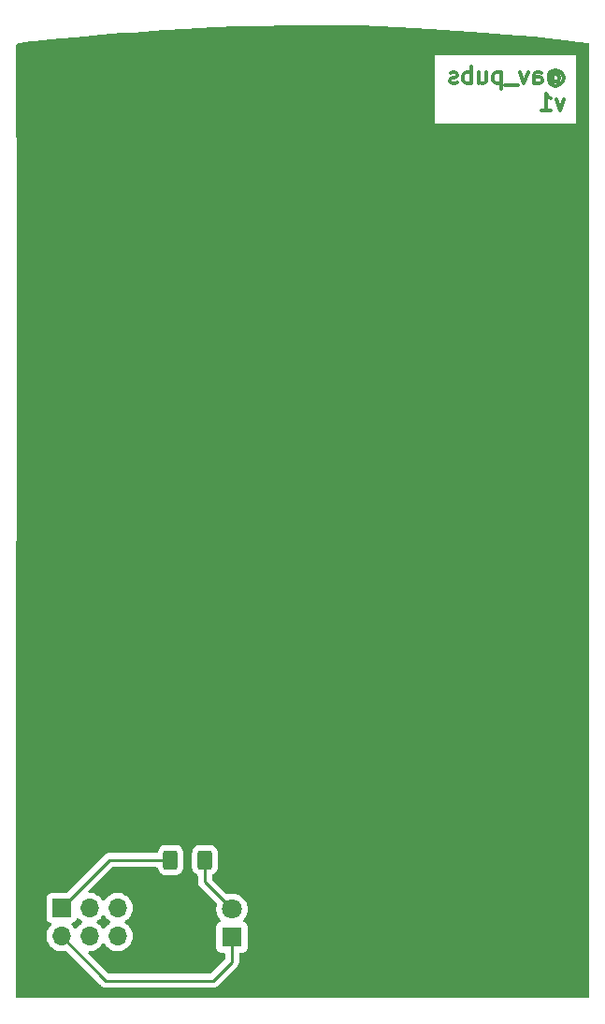
<source format=gbr>
G04 #@! TF.GenerationSoftware,KiCad,Pcbnew,(6.99.0-2452-gdb4f2d9dd8)*
G04 #@! TF.CreationDate,2022-08-02T16:49:25-05:00*
G04 #@! TF.ProjectId,CalPoly,43616c50-6f6c-4792-9e6b-696361645f70,rev?*
G04 #@! TF.SameCoordinates,Original*
G04 #@! TF.FileFunction,Copper,L2,Bot*
G04 #@! TF.FilePolarity,Positive*
%FSLAX46Y46*%
G04 Gerber Fmt 4.6, Leading zero omitted, Abs format (unit mm)*
G04 Created by KiCad (PCBNEW (6.99.0-2452-gdb4f2d9dd8)) date 2022-08-02 16:49:25*
%MOMM*%
%LPD*%
G01*
G04 APERTURE LIST*
G04 Aperture macros list*
%AMRoundRect*
0 Rectangle with rounded corners*
0 $1 Rounding radius*
0 $2 $3 $4 $5 $6 $7 $8 $9 X,Y pos of 4 corners*
0 Add a 4 corners polygon primitive as box body*
4,1,4,$2,$3,$4,$5,$6,$7,$8,$9,$2,$3,0*
0 Add four circle primitives for the rounded corners*
1,1,$1+$1,$2,$3*
1,1,$1+$1,$4,$5*
1,1,$1+$1,$6,$7*
1,1,$1+$1,$8,$9*
0 Add four rect primitives between the rounded corners*
20,1,$1+$1,$2,$3,$4,$5,0*
20,1,$1+$1,$4,$5,$6,$7,0*
20,1,$1+$1,$6,$7,$8,$9,0*
20,1,$1+$1,$8,$9,$2,$3,0*%
G04 Aperture macros list end*
%ADD10C,0.300000*%
G04 #@! TA.AperFunction,NonConductor*
%ADD11C,0.300000*%
G04 #@! TD*
G04 #@! TA.AperFunction,ComponentPad*
%ADD12R,1.800000X1.800000*%
G04 #@! TD*
G04 #@! TA.AperFunction,ComponentPad*
%ADD13C,1.800000*%
G04 #@! TD*
G04 #@! TA.AperFunction,ComponentPad*
%ADD14R,1.700000X1.700000*%
G04 #@! TD*
G04 #@! TA.AperFunction,ComponentPad*
%ADD15O,1.700000X1.700000*%
G04 #@! TD*
G04 #@! TA.AperFunction,SMDPad,CuDef*
%ADD16RoundRect,0.250000X0.400000X0.625000X-0.400000X0.625000X-0.400000X-0.625000X0.400000X-0.625000X0*%
G04 #@! TD*
G04 #@! TA.AperFunction,Conductor*
%ADD17C,0.250000*%
G04 #@! TD*
G04 APERTURE END LIST*
D10*
D11*
X91514285Y-36529285D02*
X91585714Y-36457857D01*
X91585714Y-36457857D02*
X91728571Y-36386428D01*
X91728571Y-36386428D02*
X91871428Y-36386428D01*
X91871428Y-36386428D02*
X92014285Y-36457857D01*
X92014285Y-36457857D02*
X92085714Y-36529285D01*
X92085714Y-36529285D02*
X92157142Y-36672142D01*
X92157142Y-36672142D02*
X92157142Y-36815000D01*
X92157142Y-36815000D02*
X92085714Y-36957857D01*
X92085714Y-36957857D02*
X92014285Y-37029285D01*
X92014285Y-37029285D02*
X91871428Y-37100714D01*
X91871428Y-37100714D02*
X91728571Y-37100714D01*
X91728571Y-37100714D02*
X91585714Y-37029285D01*
X91585714Y-37029285D02*
X91514285Y-36957857D01*
X91514285Y-36386428D02*
X91514285Y-36957857D01*
X91514285Y-36957857D02*
X91442857Y-37029285D01*
X91442857Y-37029285D02*
X91371428Y-37029285D01*
X91371428Y-37029285D02*
X91228571Y-36957857D01*
X91228571Y-36957857D02*
X91157142Y-36815000D01*
X91157142Y-36815000D02*
X91157142Y-36457857D01*
X91157142Y-36457857D02*
X91300000Y-36243571D01*
X91300000Y-36243571D02*
X91514285Y-36100714D01*
X91514285Y-36100714D02*
X91800000Y-36029285D01*
X91800000Y-36029285D02*
X92085714Y-36100714D01*
X92085714Y-36100714D02*
X92300000Y-36243571D01*
X92300000Y-36243571D02*
X92442857Y-36457857D01*
X92442857Y-36457857D02*
X92514285Y-36743571D01*
X92514285Y-36743571D02*
X92442857Y-37029285D01*
X92442857Y-37029285D02*
X92300000Y-37243571D01*
X92300000Y-37243571D02*
X92085714Y-37386428D01*
X92085714Y-37386428D02*
X91800000Y-37457857D01*
X91800000Y-37457857D02*
X91514285Y-37386428D01*
X91514285Y-37386428D02*
X91300000Y-37243571D01*
X89871429Y-37243571D02*
X89871429Y-36457857D01*
X89871429Y-36457857D02*
X89942857Y-36315000D01*
X89942857Y-36315000D02*
X90085714Y-36243571D01*
X90085714Y-36243571D02*
X90371429Y-36243571D01*
X90371429Y-36243571D02*
X90514286Y-36315000D01*
X89871429Y-37172142D02*
X90014286Y-37243571D01*
X90014286Y-37243571D02*
X90371429Y-37243571D01*
X90371429Y-37243571D02*
X90514286Y-37172142D01*
X90514286Y-37172142D02*
X90585714Y-37029285D01*
X90585714Y-37029285D02*
X90585714Y-36886428D01*
X90585714Y-36886428D02*
X90514286Y-36743571D01*
X90514286Y-36743571D02*
X90371429Y-36672142D01*
X90371429Y-36672142D02*
X90014286Y-36672142D01*
X90014286Y-36672142D02*
X89871429Y-36600714D01*
X89300000Y-36243571D02*
X88942857Y-37243571D01*
X88942857Y-37243571D02*
X88585714Y-36243571D01*
X88371429Y-37386428D02*
X87228571Y-37386428D01*
X86871429Y-36243571D02*
X86871429Y-37743571D01*
X86871429Y-36315000D02*
X86728572Y-36243571D01*
X86728572Y-36243571D02*
X86442857Y-36243571D01*
X86442857Y-36243571D02*
X86300000Y-36315000D01*
X86300000Y-36315000D02*
X86228572Y-36386428D01*
X86228572Y-36386428D02*
X86157143Y-36529285D01*
X86157143Y-36529285D02*
X86157143Y-36957857D01*
X86157143Y-36957857D02*
X86228572Y-37100714D01*
X86228572Y-37100714D02*
X86300000Y-37172142D01*
X86300000Y-37172142D02*
X86442857Y-37243571D01*
X86442857Y-37243571D02*
X86728572Y-37243571D01*
X86728572Y-37243571D02*
X86871429Y-37172142D01*
X84871429Y-36243571D02*
X84871429Y-37243571D01*
X85514286Y-36243571D02*
X85514286Y-37029285D01*
X85514286Y-37029285D02*
X85442857Y-37172142D01*
X85442857Y-37172142D02*
X85300000Y-37243571D01*
X85300000Y-37243571D02*
X85085714Y-37243571D01*
X85085714Y-37243571D02*
X84942857Y-37172142D01*
X84942857Y-37172142D02*
X84871429Y-37100714D01*
X84157143Y-37243571D02*
X84157143Y-35743571D01*
X84157143Y-36315000D02*
X84014286Y-36243571D01*
X84014286Y-36243571D02*
X83728571Y-36243571D01*
X83728571Y-36243571D02*
X83585714Y-36315000D01*
X83585714Y-36315000D02*
X83514286Y-36386428D01*
X83514286Y-36386428D02*
X83442857Y-36529285D01*
X83442857Y-36529285D02*
X83442857Y-36957857D01*
X83442857Y-36957857D02*
X83514286Y-37100714D01*
X83514286Y-37100714D02*
X83585714Y-37172142D01*
X83585714Y-37172142D02*
X83728571Y-37243571D01*
X83728571Y-37243571D02*
X84014286Y-37243571D01*
X84014286Y-37243571D02*
X84157143Y-37172142D01*
X82871428Y-37172142D02*
X82728571Y-37243571D01*
X82728571Y-37243571D02*
X82442857Y-37243571D01*
X82442857Y-37243571D02*
X82300000Y-37172142D01*
X82300000Y-37172142D02*
X82228571Y-37029285D01*
X82228571Y-37029285D02*
X82228571Y-36957857D01*
X82228571Y-36957857D02*
X82300000Y-36815000D01*
X82300000Y-36815000D02*
X82442857Y-36743571D01*
X82442857Y-36743571D02*
X82657143Y-36743571D01*
X82657143Y-36743571D02*
X82800000Y-36672142D01*
X82800000Y-36672142D02*
X82871428Y-36529285D01*
X82871428Y-36529285D02*
X82871428Y-36457857D01*
X82871428Y-36457857D02*
X82800000Y-36315000D01*
X82800000Y-36315000D02*
X82657143Y-36243571D01*
X82657143Y-36243571D02*
X82442857Y-36243571D01*
X82442857Y-36243571D02*
X82300000Y-36315000D01*
X92585714Y-38673571D02*
X92228571Y-39673571D01*
X92228571Y-39673571D02*
X91871428Y-38673571D01*
X90514285Y-39673571D02*
X91371428Y-39673571D01*
X90942857Y-39673571D02*
X90942857Y-38173571D01*
X90942857Y-38173571D02*
X91085714Y-38387857D01*
X91085714Y-38387857D02*
X91228571Y-38530714D01*
X91228571Y-38530714D02*
X91371428Y-38602142D01*
D12*
X62499999Y-114469999D03*
D13*
X62500000Y-111930000D03*
D14*
X47059999Y-111829999D03*
D15*
X47059999Y-114369999D03*
X49599999Y-111829999D03*
X49599999Y-114369999D03*
X52139999Y-111829999D03*
X52139999Y-114369999D03*
D16*
X60050000Y-107500000D03*
X56950000Y-107500000D03*
D17*
X62500000Y-116700000D02*
X60800000Y-118400000D01*
X62500000Y-114470000D02*
X62500000Y-116700000D01*
X60800000Y-118400000D02*
X51090000Y-118400000D01*
X51090000Y-118400000D02*
X47060000Y-114370000D01*
X60050000Y-107500000D02*
X60050000Y-109480000D01*
X60050000Y-109480000D02*
X62500000Y-111930000D01*
X47060000Y-111830000D02*
X51390000Y-107500000D01*
X51390000Y-107500000D02*
X56950000Y-107500000D01*
G04 #@! TA.AperFunction,NonConductor*
G36*
X48583439Y-112741388D02*
G01*
X48615755Y-112766638D01*
X48636526Y-112789201D01*
X48676760Y-112832906D01*
X48854424Y-112971189D01*
X48859005Y-112973668D01*
X48887680Y-112989186D01*
X48938071Y-113039199D01*
X48953423Y-113108516D01*
X48928863Y-113175129D01*
X48887681Y-113210813D01*
X48854424Y-113228811D01*
X48850313Y-113232010D01*
X48850311Y-113232012D01*
X48741657Y-113316582D01*
X48676760Y-113367094D01*
X48673228Y-113370931D01*
X48527806Y-113528899D01*
X48527803Y-113528903D01*
X48524278Y-113532732D01*
X48521427Y-113537096D01*
X48435483Y-113668643D01*
X48381479Y-113714732D01*
X48311132Y-113724307D01*
X48246774Y-113694330D01*
X48224517Y-113668643D01*
X48138573Y-113537096D01*
X48135722Y-113532732D01*
X48132197Y-113528903D01*
X48132194Y-113528899D01*
X47992525Y-113377180D01*
X47961104Y-113313515D01*
X47969091Y-113242969D01*
X48013949Y-113187940D01*
X48041191Y-113173787D01*
X48156204Y-113130889D01*
X48168536Y-113121658D01*
X48248897Y-113061500D01*
X48273261Y-113043261D01*
X48360889Y-112926204D01*
X48404998Y-112807944D01*
X48447545Y-112751108D01*
X48514065Y-112726297D01*
X48583439Y-112741388D01*
G37*
G04 #@! TD.AperFunction*
G04 #@! TA.AperFunction,NonConductor*
G36*
X50953226Y-112505670D02*
G01*
X50975483Y-112531357D01*
X51064278Y-112667268D01*
X51067803Y-112671097D01*
X51067806Y-112671101D01*
X51132511Y-112741388D01*
X51216760Y-112832906D01*
X51394424Y-112971189D01*
X51399005Y-112973668D01*
X51427680Y-112989186D01*
X51478071Y-113039199D01*
X51493423Y-113108516D01*
X51468863Y-113175129D01*
X51427681Y-113210813D01*
X51394424Y-113228811D01*
X51390313Y-113232010D01*
X51390311Y-113232012D01*
X51281657Y-113316582D01*
X51216760Y-113367094D01*
X51213228Y-113370931D01*
X51067806Y-113528899D01*
X51067803Y-113528903D01*
X51064278Y-113532732D01*
X51061427Y-113537096D01*
X50975483Y-113668643D01*
X50921479Y-113714732D01*
X50851132Y-113724307D01*
X50786774Y-113694330D01*
X50764517Y-113668643D01*
X50678573Y-113537096D01*
X50675722Y-113532732D01*
X50672197Y-113528903D01*
X50672194Y-113528899D01*
X50526772Y-113370931D01*
X50523240Y-113367094D01*
X50458343Y-113316582D01*
X50349689Y-113232012D01*
X50349687Y-113232010D01*
X50345576Y-113228811D01*
X50312320Y-113210814D01*
X50261929Y-113160801D01*
X50246577Y-113091484D01*
X50271137Y-113024871D01*
X50312320Y-112989186D01*
X50340995Y-112973668D01*
X50345576Y-112971189D01*
X50523240Y-112832906D01*
X50607489Y-112741388D01*
X50672194Y-112671101D01*
X50672197Y-112671097D01*
X50675722Y-112667268D01*
X50764517Y-112531357D01*
X50818521Y-112485268D01*
X50888868Y-112475693D01*
X50953226Y-112505670D01*
G37*
G04 #@! TD.AperFunction*
G04 #@! TA.AperFunction,NonConductor*
G36*
X72229839Y-32002997D02*
G01*
X74218668Y-32027306D01*
X74220622Y-32027346D01*
X75820196Y-32073049D01*
X75823072Y-32073165D01*
X77444555Y-32157188D01*
X80461090Y-32313501D01*
X80463271Y-32313633D01*
X85261228Y-32645756D01*
X85263340Y-32645920D01*
X87323224Y-32823351D01*
X89858501Y-33041730D01*
X89861028Y-33041975D01*
X93276774Y-33407614D01*
X93891746Y-33473444D01*
X93892539Y-33473534D01*
X93892546Y-33473537D01*
X93892563Y-33473537D01*
X93893504Y-33473644D01*
X94026023Y-33489715D01*
X94760246Y-33578756D01*
X94825462Y-33606813D01*
X94865157Y-33665676D01*
X94871076Y-33703866D01*
X94869904Y-39161298D01*
X94869863Y-39161397D01*
X94869904Y-39161496D01*
X94869904Y-39183650D01*
X94871098Y-119871013D01*
X94851097Y-119939134D01*
X94797442Y-119985628D01*
X94745098Y-119997015D01*
X43055015Y-119997015D01*
X42986894Y-119977013D01*
X42940401Y-119923357D01*
X42929015Y-119870901D01*
X42929794Y-119010033D01*
X42933990Y-114370000D01*
X45696844Y-114370000D01*
X45715436Y-114594368D01*
X45770704Y-114812616D01*
X45861140Y-115018791D01*
X45863990Y-115023153D01*
X45863992Y-115023157D01*
X45878701Y-115045670D01*
X45984278Y-115207268D01*
X45987803Y-115211097D01*
X45987806Y-115211101D01*
X46089360Y-115321417D01*
X46136760Y-115372906D01*
X46314424Y-115511189D01*
X46319005Y-115513668D01*
X46492878Y-115607763D01*
X46512426Y-115618342D01*
X46725365Y-115691444D01*
X46730499Y-115692301D01*
X46730504Y-115692302D01*
X46942294Y-115727643D01*
X46942296Y-115727643D01*
X46947431Y-115728500D01*
X47172569Y-115728500D01*
X47177704Y-115727643D01*
X47177706Y-115727643D01*
X47389501Y-115692301D01*
X47389504Y-115692300D01*
X47394635Y-115691444D01*
X47397924Y-115690315D01*
X47468364Y-115692965D01*
X47517442Y-115723346D01*
X50586343Y-118792247D01*
X50593887Y-118800537D01*
X50598000Y-118807018D01*
X50603777Y-118812443D01*
X50647667Y-118853658D01*
X50650509Y-118856413D01*
X50670231Y-118876135D01*
X50673355Y-118878558D01*
X50673359Y-118878562D01*
X50673424Y-118878612D01*
X50682445Y-118886317D01*
X50714679Y-118916586D01*
X50721627Y-118920405D01*
X50721629Y-118920407D01*
X50732432Y-118926346D01*
X50748959Y-118937202D01*
X50758698Y-118944757D01*
X50758700Y-118944758D01*
X50764960Y-118949614D01*
X50805540Y-118967174D01*
X50816188Y-118972391D01*
X50840976Y-118986018D01*
X50854940Y-118993695D01*
X50862616Y-118995666D01*
X50862619Y-118995667D01*
X50874562Y-118998733D01*
X50893267Y-119005137D01*
X50911855Y-119013181D01*
X50919678Y-119014420D01*
X50919688Y-119014423D01*
X50955524Y-119020099D01*
X50967144Y-119022505D01*
X50998959Y-119030673D01*
X51009970Y-119033500D01*
X51030224Y-119033500D01*
X51049934Y-119035051D01*
X51069943Y-119038220D01*
X51077835Y-119037474D01*
X51096580Y-119035702D01*
X51113962Y-119034059D01*
X51125819Y-119033500D01*
X60721233Y-119033500D01*
X60732416Y-119034027D01*
X60739909Y-119035702D01*
X60747835Y-119035453D01*
X60747836Y-119035453D01*
X60807986Y-119033562D01*
X60811945Y-119033500D01*
X60839856Y-119033500D01*
X60843791Y-119033003D01*
X60843856Y-119032995D01*
X60855693Y-119032062D01*
X60887951Y-119031048D01*
X60891970Y-119030922D01*
X60899889Y-119030673D01*
X60919343Y-119025021D01*
X60938700Y-119021013D01*
X60950930Y-119019468D01*
X60950931Y-119019468D01*
X60958797Y-119018474D01*
X60966168Y-119015555D01*
X60966170Y-119015555D01*
X60999912Y-119002196D01*
X61011142Y-118998351D01*
X61045983Y-118988229D01*
X61045984Y-118988229D01*
X61053593Y-118986018D01*
X61060412Y-118981985D01*
X61060417Y-118981983D01*
X61071028Y-118975707D01*
X61088776Y-118967012D01*
X61107617Y-118959552D01*
X61143387Y-118933564D01*
X61153307Y-118927048D01*
X61184535Y-118908580D01*
X61184538Y-118908578D01*
X61191362Y-118904542D01*
X61205683Y-118890221D01*
X61220717Y-118877380D01*
X61222431Y-118876135D01*
X61237107Y-118865472D01*
X61265298Y-118831395D01*
X61273288Y-118822616D01*
X62892253Y-117203652D01*
X62900539Y-117196112D01*
X62907018Y-117192000D01*
X62953644Y-117142348D01*
X62956398Y-117139507D01*
X62976135Y-117119770D01*
X62978615Y-117116573D01*
X62986320Y-117107551D01*
X63011159Y-117081100D01*
X63016586Y-117075321D01*
X63020405Y-117068375D01*
X63020407Y-117068372D01*
X63026348Y-117057566D01*
X63037199Y-117041047D01*
X63044758Y-117031301D01*
X63049614Y-117025041D01*
X63052759Y-117017772D01*
X63052762Y-117017768D01*
X63067174Y-116984463D01*
X63072391Y-116973813D01*
X63093695Y-116935060D01*
X63098733Y-116915437D01*
X63105137Y-116896734D01*
X63110033Y-116885420D01*
X63110033Y-116885419D01*
X63113181Y-116878145D01*
X63114420Y-116870322D01*
X63114423Y-116870312D01*
X63120099Y-116834476D01*
X63122505Y-116822856D01*
X63131528Y-116787711D01*
X63131528Y-116787710D01*
X63133500Y-116780030D01*
X63133500Y-116759776D01*
X63135051Y-116740065D01*
X63136980Y-116727886D01*
X63138220Y-116720057D01*
X63134059Y-116676038D01*
X63133500Y-116664181D01*
X63133500Y-116004500D01*
X63153502Y-115936379D01*
X63207158Y-115889886D01*
X63259500Y-115878500D01*
X63448638Y-115878500D01*
X63451985Y-115878140D01*
X63451988Y-115878140D01*
X63472295Y-115875957D01*
X63509201Y-115871989D01*
X63646204Y-115820889D01*
X63660127Y-115810467D01*
X63756050Y-115738659D01*
X63763261Y-115733261D01*
X63850889Y-115616204D01*
X63901989Y-115479201D01*
X63908500Y-115418638D01*
X63908500Y-113521362D01*
X63901989Y-113460799D01*
X63850889Y-113323796D01*
X63820240Y-113282853D01*
X63768659Y-113213950D01*
X63763261Y-113206739D01*
X63646204Y-113119111D01*
X63637762Y-113115962D01*
X63637758Y-113115960D01*
X63578826Y-113093979D01*
X63521991Y-113051433D01*
X63497180Y-112984912D01*
X63512272Y-112915538D01*
X63530156Y-112890589D01*
X63586789Y-112829069D01*
X63611786Y-112801916D01*
X63611789Y-112801912D01*
X63615314Y-112798083D01*
X63662886Y-112725269D01*
X63740132Y-112607035D01*
X63740134Y-112607031D01*
X63742984Y-112602669D01*
X63745079Y-112597893D01*
X63834656Y-112393679D01*
X63834657Y-112393677D01*
X63836749Y-112388907D01*
X63894051Y-112162626D01*
X63902603Y-112059427D01*
X63912897Y-111935189D01*
X63913327Y-111930000D01*
X63894051Y-111697374D01*
X63869538Y-111600573D01*
X63838029Y-111476146D01*
X63838027Y-111476141D01*
X63836749Y-111471093D01*
X63820865Y-111434880D01*
X63745079Y-111262107D01*
X63742984Y-111257331D01*
X63696370Y-111185982D01*
X63618165Y-111066281D01*
X63615314Y-111061917D01*
X63611789Y-111058088D01*
X63611786Y-111058084D01*
X63460752Y-110894019D01*
X63457220Y-110890182D01*
X63453108Y-110886981D01*
X63453102Y-110886976D01*
X63277130Y-110750011D01*
X63277128Y-110750009D01*
X63273017Y-110746810D01*
X63067727Y-110635713D01*
X62846951Y-110559920D01*
X62841817Y-110559063D01*
X62841812Y-110559062D01*
X62621849Y-110522357D01*
X62621846Y-110522357D01*
X62616712Y-110521500D01*
X62383288Y-110521500D01*
X62378154Y-110522357D01*
X62378151Y-110522357D01*
X62158188Y-110559062D01*
X62158183Y-110559063D01*
X62153049Y-110559920D01*
X62132731Y-110566895D01*
X62061808Y-110570097D01*
X62002723Y-110536818D01*
X60720405Y-109254500D01*
X60686379Y-109192188D01*
X60683500Y-109165405D01*
X60683500Y-108937671D01*
X60703502Y-108869550D01*
X60757158Y-108823057D01*
X60762365Y-108821012D01*
X60765772Y-108819423D01*
X60772738Y-108817115D01*
X60923652Y-108724030D01*
X61049030Y-108598652D01*
X61142115Y-108447738D01*
X61197887Y-108279426D01*
X61205271Y-108207158D01*
X61208175Y-108178729D01*
X61208175Y-108178723D01*
X61208500Y-108175545D01*
X61208499Y-106824456D01*
X61197887Y-106720574D01*
X61142115Y-106552262D01*
X61049030Y-106401348D01*
X60923652Y-106275970D01*
X60772738Y-106182885D01*
X60709193Y-106161829D01*
X60610952Y-106129275D01*
X60610948Y-106129274D01*
X60604426Y-106127113D01*
X60597592Y-106126415D01*
X60597588Y-106126414D01*
X60503729Y-106116825D01*
X60503723Y-106116825D01*
X60500545Y-106116500D01*
X60050071Y-106116500D01*
X59599456Y-106116501D01*
X59596279Y-106116826D01*
X59596270Y-106116826D01*
X59547533Y-106121805D01*
X59495574Y-106127113D01*
X59327262Y-106182885D01*
X59176348Y-106275970D01*
X59050970Y-106401348D01*
X58957885Y-106552262D01*
X58902113Y-106720574D01*
X58891500Y-106824455D01*
X58891501Y-108175544D01*
X58891826Y-108178721D01*
X58891826Y-108178730D01*
X58896805Y-108227467D01*
X58902113Y-108279426D01*
X58957885Y-108447738D01*
X59050970Y-108598652D01*
X59176348Y-108724030D01*
X59327262Y-108817115D01*
X59334226Y-108819423D01*
X59340879Y-108822525D01*
X59339828Y-108824779D01*
X59388504Y-108858480D01*
X59415760Y-108924036D01*
X59416500Y-108937671D01*
X59416500Y-109401233D01*
X59415973Y-109412416D01*
X59414298Y-109419909D01*
X59414547Y-109427835D01*
X59414547Y-109427836D01*
X59416438Y-109487986D01*
X59416500Y-109491945D01*
X59416500Y-109519856D01*
X59416997Y-109523790D01*
X59416997Y-109523791D01*
X59417005Y-109523856D01*
X59417938Y-109535693D01*
X59419327Y-109579889D01*
X59424978Y-109599339D01*
X59428987Y-109618700D01*
X59431526Y-109638797D01*
X59434445Y-109646168D01*
X59434445Y-109646170D01*
X59447804Y-109679912D01*
X59451649Y-109691142D01*
X59463982Y-109733593D01*
X59468015Y-109740412D01*
X59468017Y-109740417D01*
X59474293Y-109751028D01*
X59482988Y-109768776D01*
X59490448Y-109787617D01*
X59495110Y-109794033D01*
X59495110Y-109794034D01*
X59516436Y-109823387D01*
X59522952Y-109833307D01*
X59545458Y-109871362D01*
X59559779Y-109885683D01*
X59572619Y-109900716D01*
X59584528Y-109917107D01*
X59590634Y-109922158D01*
X59618605Y-109945298D01*
X59627384Y-109953288D01*
X61108976Y-111434880D01*
X61143002Y-111497192D01*
X61142026Y-111554906D01*
X61105949Y-111697374D01*
X61086673Y-111930000D01*
X61087103Y-111935189D01*
X61097398Y-112059427D01*
X61105949Y-112162626D01*
X61163251Y-112388907D01*
X61165343Y-112393677D01*
X61165344Y-112393679D01*
X61254921Y-112597893D01*
X61257016Y-112602669D01*
X61259866Y-112607031D01*
X61259868Y-112607035D01*
X61337114Y-112725269D01*
X61384686Y-112798083D01*
X61388211Y-112801912D01*
X61388214Y-112801916D01*
X61413211Y-112829069D01*
X61469843Y-112890587D01*
X61501263Y-112954251D01*
X61493276Y-113024797D01*
X61448418Y-113079826D01*
X61421174Y-113093979D01*
X61362242Y-113115960D01*
X61362238Y-113115962D01*
X61353796Y-113119111D01*
X61236739Y-113206739D01*
X61231341Y-113213950D01*
X61179761Y-113282853D01*
X61149111Y-113323796D01*
X61098011Y-113460799D01*
X61091500Y-113521362D01*
X61091500Y-115418638D01*
X61098011Y-115479201D01*
X61149111Y-115616204D01*
X61236739Y-115733261D01*
X61243950Y-115738659D01*
X61339874Y-115810467D01*
X61353796Y-115820889D01*
X61490799Y-115871989D01*
X61527705Y-115875957D01*
X61548012Y-115878140D01*
X61548015Y-115878140D01*
X61551362Y-115878500D01*
X61740500Y-115878500D01*
X61808621Y-115898502D01*
X61855114Y-115952158D01*
X61866500Y-116004500D01*
X61866500Y-116385406D01*
X61846498Y-116453527D01*
X61829595Y-116474501D01*
X60574500Y-117729595D01*
X60512188Y-117763621D01*
X60485405Y-117766500D01*
X51404594Y-117766500D01*
X51336473Y-117746498D01*
X51315499Y-117729595D01*
X49529500Y-115943595D01*
X49495474Y-115881283D01*
X49500539Y-115810467D01*
X49543086Y-115753632D01*
X49609606Y-115728821D01*
X49618595Y-115728500D01*
X49712569Y-115728500D01*
X49717704Y-115727643D01*
X49717706Y-115727643D01*
X49929496Y-115692302D01*
X49929501Y-115692301D01*
X49934635Y-115691444D01*
X50147574Y-115618342D01*
X50167123Y-115607763D01*
X50340995Y-115513668D01*
X50345576Y-115511189D01*
X50523240Y-115372906D01*
X50570640Y-115321417D01*
X50672194Y-115211101D01*
X50672197Y-115211097D01*
X50675722Y-115207268D01*
X50764517Y-115071357D01*
X50818521Y-115025268D01*
X50888868Y-115015693D01*
X50953226Y-115045670D01*
X50975483Y-115071357D01*
X51064278Y-115207268D01*
X51067803Y-115211097D01*
X51067806Y-115211101D01*
X51169360Y-115321417D01*
X51216760Y-115372906D01*
X51394424Y-115511189D01*
X51399005Y-115513668D01*
X51572878Y-115607763D01*
X51592426Y-115618342D01*
X51805365Y-115691444D01*
X51810499Y-115692301D01*
X51810504Y-115692302D01*
X52022294Y-115727643D01*
X52022296Y-115727643D01*
X52027431Y-115728500D01*
X52252569Y-115728500D01*
X52257704Y-115727643D01*
X52257706Y-115727643D01*
X52469496Y-115692302D01*
X52469501Y-115692301D01*
X52474635Y-115691444D01*
X52687574Y-115618342D01*
X52707123Y-115607763D01*
X52880995Y-115513668D01*
X52885576Y-115511189D01*
X53063240Y-115372906D01*
X53110640Y-115321417D01*
X53212194Y-115211101D01*
X53212197Y-115211097D01*
X53215722Y-115207268D01*
X53321299Y-115045670D01*
X53336008Y-115023157D01*
X53336010Y-115023153D01*
X53338860Y-115018791D01*
X53429296Y-114812616D01*
X53484564Y-114594368D01*
X53503156Y-114370000D01*
X53484564Y-114145632D01*
X53429296Y-113927384D01*
X53338860Y-113721209D01*
X53334629Y-113714732D01*
X53218573Y-113537096D01*
X53215722Y-113532732D01*
X53212197Y-113528903D01*
X53212194Y-113528899D01*
X53066772Y-113370931D01*
X53063240Y-113367094D01*
X52998343Y-113316582D01*
X52889689Y-113232012D01*
X52889687Y-113232010D01*
X52885576Y-113228811D01*
X52852320Y-113210814D01*
X52801929Y-113160801D01*
X52786577Y-113091484D01*
X52811137Y-113024871D01*
X52852320Y-112989186D01*
X52880995Y-112973668D01*
X52885576Y-112971189D01*
X53063240Y-112832906D01*
X53147489Y-112741388D01*
X53212194Y-112671101D01*
X53212197Y-112671097D01*
X53215722Y-112667268D01*
X53321299Y-112505670D01*
X53336008Y-112483157D01*
X53336010Y-112483153D01*
X53338860Y-112478791D01*
X53378287Y-112388907D01*
X53427200Y-112277394D01*
X53429296Y-112272616D01*
X53484564Y-112054368D01*
X53503156Y-111830000D01*
X53492597Y-111702570D01*
X53484995Y-111610828D01*
X53484994Y-111610823D01*
X53484564Y-111605632D01*
X53483283Y-111600573D01*
X53430578Y-111392446D01*
X53430578Y-111392445D01*
X53429296Y-111387384D01*
X53338860Y-111181209D01*
X53334629Y-111174732D01*
X53218573Y-110997096D01*
X53215722Y-110992732D01*
X53212197Y-110988903D01*
X53212194Y-110988899D01*
X53066772Y-110830931D01*
X53063240Y-110827094D01*
X52964205Y-110750011D01*
X52889689Y-110692012D01*
X52889687Y-110692010D01*
X52885576Y-110688811D01*
X52742424Y-110611341D01*
X52692159Y-110584139D01*
X52692156Y-110584138D01*
X52687574Y-110581658D01*
X52474635Y-110508556D01*
X52469501Y-110507699D01*
X52469496Y-110507698D01*
X52257706Y-110472357D01*
X52257704Y-110472357D01*
X52252569Y-110471500D01*
X52027431Y-110471500D01*
X52022296Y-110472357D01*
X52022294Y-110472357D01*
X51810504Y-110507698D01*
X51810499Y-110507699D01*
X51805365Y-110508556D01*
X51592426Y-110581658D01*
X51587844Y-110584138D01*
X51587841Y-110584139D01*
X51537576Y-110611341D01*
X51394424Y-110688811D01*
X51390313Y-110692010D01*
X51390311Y-110692012D01*
X51315795Y-110750011D01*
X51216760Y-110827094D01*
X51213228Y-110830931D01*
X51067806Y-110988899D01*
X51067803Y-110988903D01*
X51064278Y-110992732D01*
X51019077Y-111061917D01*
X50975483Y-111128643D01*
X50921479Y-111174732D01*
X50851132Y-111184307D01*
X50786774Y-111154330D01*
X50764517Y-111128643D01*
X50720923Y-111061917D01*
X50675722Y-110992732D01*
X50672197Y-110988903D01*
X50672194Y-110988899D01*
X50526772Y-110830931D01*
X50523240Y-110827094D01*
X50424205Y-110750011D01*
X50349689Y-110692012D01*
X50349687Y-110692010D01*
X50345576Y-110688811D01*
X50202424Y-110611341D01*
X50152159Y-110584139D01*
X50152156Y-110584138D01*
X50147574Y-110581658D01*
X49934635Y-110508556D01*
X49929501Y-110507699D01*
X49929496Y-110507698D01*
X49717706Y-110472357D01*
X49717704Y-110472357D01*
X49712569Y-110471500D01*
X49618595Y-110471500D01*
X49550474Y-110451498D01*
X49503981Y-110397842D01*
X49493877Y-110327568D01*
X49523371Y-110262988D01*
X49529500Y-110256405D01*
X51615500Y-108170405D01*
X51677812Y-108136379D01*
X51704595Y-108133500D01*
X55673421Y-108133500D01*
X55741542Y-108153502D01*
X55788035Y-108207158D01*
X55798769Y-108246694D01*
X55802113Y-108279426D01*
X55857885Y-108447738D01*
X55950970Y-108598652D01*
X56076348Y-108724030D01*
X56227262Y-108817115D01*
X56250391Y-108824779D01*
X56389048Y-108870725D01*
X56389052Y-108870726D01*
X56395574Y-108872887D01*
X56402408Y-108873585D01*
X56402412Y-108873586D01*
X56496271Y-108883175D01*
X56496277Y-108883175D01*
X56499455Y-108883500D01*
X56949929Y-108883500D01*
X57400544Y-108883499D01*
X57403721Y-108883174D01*
X57403730Y-108883174D01*
X57452467Y-108878195D01*
X57504426Y-108872887D01*
X57672738Y-108817115D01*
X57823652Y-108724030D01*
X57949030Y-108598652D01*
X58042115Y-108447738D01*
X58097887Y-108279426D01*
X58105271Y-108207158D01*
X58108175Y-108178729D01*
X58108175Y-108178723D01*
X58108500Y-108175545D01*
X58108499Y-106824456D01*
X58097887Y-106720574D01*
X58042115Y-106552262D01*
X57949030Y-106401348D01*
X57823652Y-106275970D01*
X57672738Y-106182885D01*
X57609193Y-106161829D01*
X57510952Y-106129275D01*
X57510948Y-106129274D01*
X57504426Y-106127113D01*
X57497592Y-106126415D01*
X57497588Y-106126414D01*
X57403729Y-106116825D01*
X57403723Y-106116825D01*
X57400545Y-106116500D01*
X56950071Y-106116500D01*
X56499456Y-106116501D01*
X56496279Y-106116826D01*
X56496270Y-106116826D01*
X56447533Y-106121805D01*
X56395574Y-106127113D01*
X56227262Y-106182885D01*
X56076348Y-106275970D01*
X55950970Y-106401348D01*
X55857885Y-106552262D01*
X55802113Y-106720574D01*
X55801415Y-106727408D01*
X55801414Y-106727412D01*
X55798769Y-106753306D01*
X55771947Y-106819041D01*
X55713844Y-106859840D01*
X55673421Y-106866500D01*
X51468768Y-106866500D01*
X51457585Y-106865973D01*
X51450092Y-106864298D01*
X51442166Y-106864547D01*
X51442165Y-106864547D01*
X51382002Y-106866438D01*
X51378044Y-106866500D01*
X51350144Y-106866500D01*
X51346154Y-106867004D01*
X51334320Y-106867936D01*
X51290111Y-106869326D01*
X51282497Y-106871538D01*
X51282492Y-106871539D01*
X51270659Y-106874977D01*
X51251296Y-106878988D01*
X51231203Y-106881526D01*
X51223836Y-106884443D01*
X51223831Y-106884444D01*
X51190092Y-106897802D01*
X51178865Y-106901646D01*
X51136407Y-106913982D01*
X51129581Y-106918019D01*
X51118972Y-106924293D01*
X51101224Y-106932988D01*
X51082383Y-106940448D01*
X51075967Y-106945110D01*
X51075966Y-106945110D01*
X51046613Y-106966436D01*
X51036693Y-106972952D01*
X51005465Y-106991420D01*
X51005462Y-106991422D01*
X50998638Y-106995458D01*
X50984317Y-107009779D01*
X50969284Y-107022619D01*
X50952893Y-107034528D01*
X50947842Y-107040634D01*
X50924702Y-107068605D01*
X50916712Y-107077384D01*
X47559500Y-110434595D01*
X47497188Y-110468621D01*
X47470405Y-110471500D01*
X46161362Y-110471500D01*
X46158015Y-110471860D01*
X46158012Y-110471860D01*
X46137705Y-110474043D01*
X46100799Y-110478011D01*
X45963796Y-110529111D01*
X45956584Y-110534510D01*
X45956582Y-110534511D01*
X45909045Y-110570097D01*
X45846739Y-110616739D01*
X45759111Y-110733796D01*
X45708011Y-110870799D01*
X45701500Y-110931362D01*
X45701500Y-112728638D01*
X45708011Y-112789201D01*
X45759111Y-112926204D01*
X45846739Y-113043261D01*
X45871103Y-113061500D01*
X45951465Y-113121658D01*
X45963796Y-113130889D01*
X46078808Y-113173787D01*
X46135642Y-113216333D01*
X46160453Y-113282853D01*
X46145361Y-113352227D01*
X46127475Y-113377180D01*
X45987806Y-113528899D01*
X45987803Y-113528903D01*
X45984278Y-113532732D01*
X45981427Y-113537096D01*
X45865372Y-113714732D01*
X45861140Y-113721209D01*
X45770704Y-113927384D01*
X45715436Y-114145632D01*
X45696844Y-114370000D01*
X42933990Y-114370000D01*
X42998187Y-43380037D01*
X43000974Y-43380040D01*
X43000972Y-43380013D01*
X42998188Y-43380034D01*
X42998187Y-43379900D01*
X42998187Y-43379841D01*
X43000961Y-43379841D01*
X43000959Y-43379818D01*
X42998186Y-43379840D01*
X42978485Y-40883500D01*
X80909357Y-40883500D01*
X93683500Y-40883500D01*
X93683500Y-34736500D01*
X80909357Y-34736500D01*
X80909357Y-40883500D01*
X42978485Y-40883500D01*
X42978462Y-40880624D01*
X42960072Y-38550402D01*
X42946783Y-35217899D01*
X42946783Y-35216849D01*
X42948864Y-34738171D01*
X42951585Y-34111924D01*
X42951672Y-34107757D01*
X42964671Y-33760613D01*
X42987208Y-33693289D01*
X43047834Y-33646801D01*
X43093469Y-33630342D01*
X43112620Y-33625098D01*
X43208526Y-33606813D01*
X43410505Y-33568305D01*
X43417545Y-33567168D01*
X43421582Y-33566633D01*
X43521105Y-33553442D01*
X44513313Y-33421929D01*
X44516630Y-33421534D01*
X46171369Y-33246704D01*
X46173005Y-33246542D01*
X46971419Y-33172702D01*
X48286988Y-33051033D01*
X48287901Y-33050953D01*
X50762079Y-32843493D01*
X50762714Y-32843442D01*
X52529618Y-32707330D01*
X53498722Y-32632676D01*
X53499495Y-32632619D01*
X56398943Y-32427188D01*
X56399727Y-32427135D01*
X58255918Y-32307254D01*
X59363566Y-32235718D01*
X59365586Y-32235604D01*
X60970361Y-32158235D01*
X60972328Y-32158157D01*
X62964618Y-32094522D01*
X62966402Y-32094477D01*
X64986028Y-32059184D01*
X67597652Y-32013546D01*
X67599567Y-32013527D01*
X70582183Y-32006736D01*
X72228038Y-32002988D01*
X72229839Y-32002997D01*
G37*
G04 #@! TD.AperFunction*
M02*

</source>
